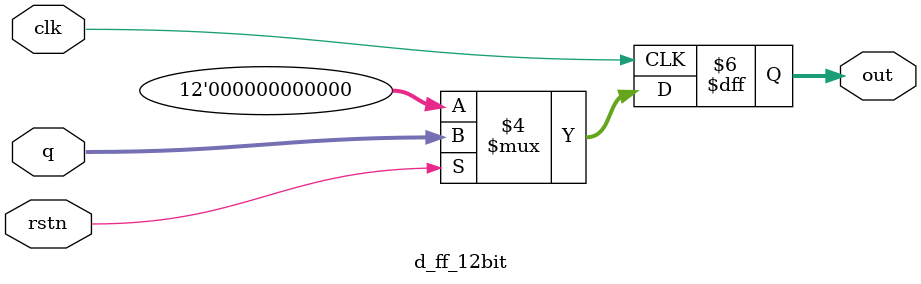
<source format=v>
`include "Filter1.v"

module Design_comp_filt1(out, in, clk, rstn, c0, c1, c2, c3, c4 );

    output [22-1:0] out;
    input clk, rstn;
    input [12-1:0] in;
    input signed[12-1:0] c0, c1, c2, c3, c4;

    wire [22-1:0] direct_out;

    wire [12-1:0] direct_in, trans_in;
    d_ff_12bit DIRECT_INPUT_MEM(direct_in, in, clk, rstn);

    Filter1 Filter1(direct_out, direct_in, clk, rstn, c0, c1, c2, c3, c4);

    d_ff_22bit DIRECT_OUTPUT_MEM(out, direct_out, clk, rstn);


endmodule


module d_ff_22bit(out, q, clk, rstn);

    output reg[22-1:0] out;
    input [22-1:0] q;
    input clk, rstn;

    always@ (posedge clk)
    begin
        if(rstn == 1'b0) out<= 22'b0;
        else out <= q;
    end

endmodule

module d_ff_12bit(out, q, clk, rstn);

    output reg[12-1:0] out;
    input [12-1:0] q;
    input clk, rstn;

    always@ (posedge clk)
    begin
        if(rstn == 1'b0) out<= 12'b0;
        else out <= q;
    end

endmodule
</source>
